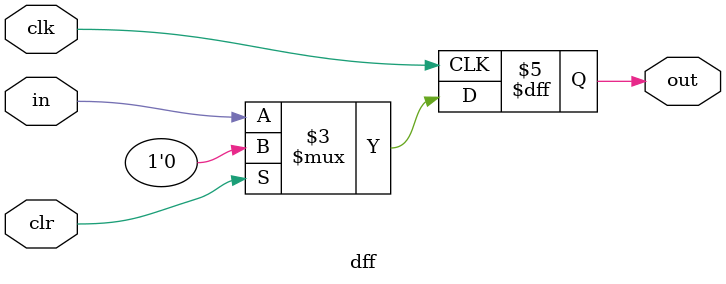
<source format=v>
`timescale 1 ns / 1 ns
module dff(in, clk, clr, out);
    input in, clk, clr;
    output reg out;

    always @(posedge clk) begin
        if (clr)
            out <= 1'b0;
        else
            out <= in;
    end
endmodule

</source>
